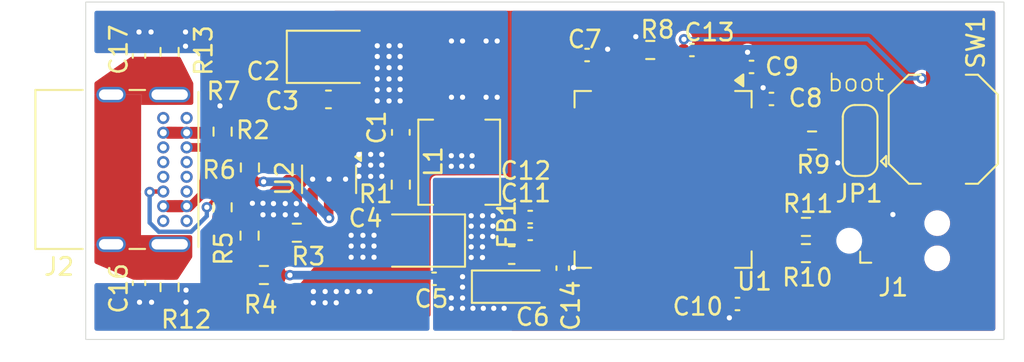
<source format=kicad_pcb>
(kicad_pcb (version 20240108) (generator "pcbnew") (generator_version "8.0")
  (layers (0 "F.Cu" signal) (31 "B.Cu" signal) (34 "B.Paste" user) (35 "F.Paste" user) (36 "B.SilkS" user "B.Silkscreen") (37 "F.SilkS" user "F.Silkscreen") (38 "B.Mask" user) (39 "F.Mask" user) (44 "Edge.Cuts" user))
  (net 0 "")
  (net 1 "Net-(C1-Pad2)")
  (net 2 "Net-(U2-SW)")
  (net 3 "+5V")
  (net 4 "GND")
  (net 5 "+3.3V")
  (net 6 "+3.3VA")
  (net 7 "Net-(U1-PG10)")
  (net 8 "/SWDIO")
  (net 9 "/SWCLK")
  (net 10 "Net-(J2-CC2)")
  (net 11 "Net-(J2-CC1)")
  (net 12 "/BOOT0")
  (net 13 "Net-(U2-BST)")
  (net 14 "Net-(U2-EN)")
  (net 15 "Net-(U2-FB)")
  (net 16 "Net-(R3-Pad1)")
  (net 17 "Net-(U1-PB8)")
  (net 36 "/JTDI")
  (net 54 "/JTRST")
  (net 59 "/JTDO")
  (net 66 "Net-(U1-PA13)")
  (net 67 "Net-(U1-PA14)")
  (net 70 "Net-(J2-SHIELD)")
  (footprint "Capacitor_SMD:C_0402_1005Metric" (layer "F.Cu") (at 138.655 99.675 180)
    (property "Reference" "C12" (at 0.255 2.675 180) (layer "F.SilkS"))
    (property "Value" "100nF")
    (pad "1" smd roundrect (at -0.48 0 180) (size 0.56 0.62) (layers "F.Cu" "F.Paste" "F.Mask") (net 6 "+3.3VA"))
    (pad "2" smd roundrect (at 0.48 0 180) (size 0.56 0.62) (layers "F.Cu" "F.Paste" "F.Mask") (net 4 "GND"))
  )
  (footprint "Button_Switch_SMD:SW_Push_1TS009xxxx-xxxx-xxxx_6x6x5mm" (layer "F.Cu") (at 162.5 94.6 90)
    (property "Reference" "SW1" (at 5.025 1.875 90) (layer "F.SilkS"))
    (property "Value" "SW_Push")
    (pad "1" smd roundrect (at -3 0 90) (size 2 2) (layers "F.Cu" "F.Paste" "F.Mask") (net 4 "GND"))
    (pad "2" smd roundrect (at 3 0 90) (size 2 2) (layers "F.Cu" "F.Paste" "F.Mask") (net 7 "Net-(U1-PG10)"))
  )
  (footprint "Inductor_SMD:L_0603_1608Metric" (layer "F.Cu") (at 137.5875 101.875)
    (property "Reference" "FB1" (at -0.2875 -1.775 90) (layer "F.SilkS"))
    (property "Value" "Ferrite_Bead")
    (pad "1" smd roundrect (at -0.7875 0) (size 0.875 0.95) (layers "F.Cu" "F.Paste" "F.Mask") (net 5 "+3.3V"))
    (pad "2" smd roundrect (at 0.7875 0) (size 0.875 0.95) (layers "F.Cu" "F.Paste" "F.Mask") (net 6 "+3.3VA"))
  )
  (footprint "Capacitor_SMD:C_0402_1005Metric" (layer "F.Cu") (at 116.075 103.5 -90)
    (property "Reference" "C16" (at 0.3 1.175 90) (layer "F.SilkS"))
    (property "Value" "0.1uF")
    (pad "1" smd roundrect (at -0.48 0 270) (size 0.56 0.62) (layers "F.Cu" "F.Paste" "F.Mask") (net 70 "Net-(J2-SHIELD)"))
    (pad "2" smd roundrect (at 0.48 0 270) (size 0.56 0.62) (layers "F.Cu" "F.Paste" "F.Mask") (net 4 "GND"))
  )
  (footprint "Capacitor_Tantalum_SMD:CP_EIA-3528-15_AVX-H" (layer "F.Cu") (at 127.0675 90.415)
    (property "Reference" "C2" (at -3.8175 0.835 0) (layer "F.SilkS"))
    (property "Value" "22uF")
    (pad "1" smd roundrect (at -1.5375 0) (size 1.325 2.35) (layers "F.Cu" "F.Paste" "F.Mask") (roundrect_rratio 0.188679) (net 3 "+5V"))
    (pad "2" smd roundrect (at 1.5375 0) (size 1.325 2.35) (layers "F.Cu" "F.Paste" "F.Mask") (roundrect_rratio 0.188679) (net 4 "GND"))
  )
  (footprint "Capacitor_SMD:C_0402_1005Metric" (layer "F.Cu") (at 141.94 90.31 180)
    (property "Reference" "C7" (at 0.14 0.91 0) (layer "F.SilkS"))
    (property "Value" "0.1uF")
    (pad "1" smd roundrect (at -0.48 0 180) (size 0.56 0.62) (layers "F.Cu" "F.Paste" "F.Mask") (net 5 "+3.3V"))
    (pad "2" smd roundrect (at 0.48 0 180) (size 0.56 0.62) (layers "F.Cu" "F.Paste" "F.Mask") (net 4 "GND"))
  )
  (footprint "Resistor_SMD:R_0603_1608Metric" (layer "F.Cu") (at 117.84 103.725 90)
    (property "Reference" "R12" (at -1.875 0.96 180) (layer "F.SilkS"))
    (property "Value" "1M")
    (pad "1" smd roundrect (at -0.825 0 90) (size 0.8 0.95) (layers "F.Cu" "F.Paste" "F.Mask") (net 4 "GND"))
    (pad "2" smd roundrect (at 0.825 0 90) (size 0.8 0.95) (layers "F.Cu" "F.Paste" "F.Mask") (net 70 "Net-(J2-SHIELD)"))
  )
  (footprint "Capacitor_SMD:C_0402_1005Metric" (layer "F.Cu") (at 152.58 92.85)
    (property "Reference" "C8" (at 1.97 -0.05 0) (layer "F.SilkS"))
    (property "Value" "0.1uF")
    (pad "1" smd roundrect (at -0.48 0) (size 0.56 0.62) (layers "F.Cu" "F.Paste" "F.Mask") (net 5 "+3.3V"))
    (pad "2" smd roundrect (at 0.48 0) (size 0.56 0.62) (layers "F.Cu" "F.Paste" "F.Mask") (net 4 "GND"))
  )
  (footprint "Capacitor_SMD:C_0603_1608Metric" (layer "F.Cu") (at 127.01 92.875)
    (property "Reference" "C3" (at -2.67 0.09 0) (layer "F.SilkS"))
    (property "Value" "0.1uF")
    (pad "1" smd roundrect (at -0.775 0) (size 0.9 0.95) (layers "F.Cu" "F.Paste" "F.Mask") (net 3 "+5V"))
    (pad "2" smd roundrect (at 0.775 0) (size 0.9 0.95) (layers "F.Cu" "F.Paste" "F.Mask") (net 4 "GND"))
  )
  (footprint "Resistor_SMD:R_0603_1608Metric" (layer "F.Cu") (at 122.4775 96.81 -90)
    (property "Reference" "R2" (at -2.16 -0.1725 180) (layer "F.SilkS"))
    (property "Value" "100k")
    (pad "1" smd roundrect (at -0.825 0 270) (size 0.8 0.95) (layers "F.Cu" "F.Paste" "F.Mask") (net 3 "+5V"))
    (pad "2" smd roundrect (at 0.825 0 270) (size 0.8 0.95) (layers "F.Cu" "F.Paste" "F.Mask") (net 14 "Net-(U2-EN)"))
  )
  (footprint "Resistor_SMD:R_0603_1608Metric" (layer "F.Cu") (at 120.9 94.7375 -90)
    (property "Reference" "R7" (at -2.3375 -0.05 0) (layer "F.SilkS"))
    (property "Value" "5.1k")
    (pad "1" smd roundrect (at -0.825 0 270) (size 0.8 0.95) (layers "F.Cu" "F.Paste" "F.Mask") (net 4 "GND"))
    (pad "2" smd roundrect (at 0.825 0 270) (size 0.8 0.95) (layers "F.Cu" "F.Paste" "F.Mask") (net 11 "Net-(J2-CC1)"))
  )
  (footprint "Resistor_SMD:R_0603_1608Metric" (layer "F.Cu") (at 145.585 90.02)
    (property "Reference" "R8" (at 0.415 -1.18 0) (layer "F.SilkS"))
    (property "Value" "100k")
    (pad "1" smd roundrect (at -0.825 0) (size 0.8 0.95) (layers "F.Cu" "F.Paste" "F.Mask") (net 5 "+3.3V"))
    (pad "2" smd roundrect (at 0.825 0) (size 0.8 0.95) (layers "F.Cu" "F.Paste" "F.Mask") (net 7 "Net-(U1-PG10)"))
  )
  (footprint "Resistor_SMD:R_0603_1608Metric" (layer "F.Cu") (at 122.4575 100.75 90)
    (property "Reference" "R5" (at -0.75 -1.5075 -90) (layer "F.SilkS"))
    (property "Value" "13k")
    (pad "1" smd roundrect (at -0.825 0 90) (size 0.8 0.95) (layers "F.Cu" "F.Paste" "F.Mask") (net 16 "Net-(R3-Pad1)"))
    (pad "2" smd roundrect (at 0.825 0 90) (size 0.8 0.95) (layers "F.Cu" "F.Paste" "F.Mask") (net 4 "GND"))
  )
  (footprint "Capacitor_SMD:C_0603_1608Metric" (layer "F.Cu") (at 131.1875 94.78 -90)
    (property "Reference" "C1" (at -0.28 1.3875 90) (layer "F.SilkS"))
    (property "Value" "1uF")
    (pad "1" smd roundrect (at -0.775 0 270) (size 0.9 0.95) (layers "F.Cu" "F.Paste" "F.Mask") (net 2 "Net-(U2-SW)"))
    (pad "2" smd roundrect (at 0.775 0 270) (size 0.9 0.95) (layers "F.Cu" "F.Paste" "F.Mask") (net 1 "Net-(C1-Pad2)"))
  )
  (footprint "Capacitor_Tantalum_SMD:CP_EIA-3528-15_AVX-H" (layer "F.Cu") (at 132.4325 101.035 180)
    (property "Reference" "C4" (at 3.2825 1.285 180) (layer "F.SilkS"))
    (property "Value" "22uF")
    (pad "1" smd roundrect (at -1.5375 0 180) (size 1.325 2.35) (layers "F.Cu" "F.Paste" "F.Mask") (roundrect_rratio 0.188679) (net 5 "+3.3V"))
    (pad "2" smd roundrect (at 1.5375 0 180) (size 1.325 2.35) (layers "F.Cu" "F.Paste" "F.Mask") (roundrect_rratio 0.188679) (net 4 "GND"))
  )
  (footprint "Capacitor_SMD:C_0402_1005Metric" (layer "F.Cu") (at 140.53 102.63 -90)
    (property "Reference" "C14" (at 2.17 -0.47 90) (layer "F.SilkS"))
    (property "Value" "0.1uF")
    (pad "1" smd roundrect (at -0.48 0 270) (size 0.56 0.62) (layers "F.Cu" "F.Paste" "F.Mask") (net 5 "+3.3V"))
    (pad "2" smd roundrect (at 0.48 0 270) (size 0.56 0.62) (layers "F.Cu" "F.Paste" "F.Mask") (net 4 "GND"))
  )
  (footprint "Package_QFP:LQFP-64_10x10mm_P0.5mm" (layer "F.Cu") (at 146.325 97.5 -90)
    (property "Reference" "U1" (at 5.9 -5.275 180) (layer "F.SilkS"))
    (property "Value" "STM32G473RET3")
    (pad "1" smd roundrect (at -5.675 -3.75 270) (size 1.55 0.3) (layers "F.Cu" "F.Paste" "F.Mask") (net 5 "+3.3V"))
    (pad "2" smd roundrect (at -5.675 -3.25 270) (size 1.55 0.3) (layers "F.Cu" "F.Paste" "F.Mask"))
    (pad "3" smd roundrect (at -5.675 -2.75 270) (size 1.55 0.3) (layers "F.Cu" "F.Paste" "F.Mask"))
    (pad "4" smd roundrect (at -5.675 -2.25 270) (size 1.55 0.3) (layers "F.Cu" "F.Paste" "F.Mask"))
    (pad "5" smd roundrect (at -5.675 -1.75 270) (size 1.55 0.3) (layers "F.Cu" "F.Paste" "F.Mask"))
    (pad "6" smd roundrect (at -5.675 -1.25 270) (size 1.55 0.3) (layers "F.Cu" "F.Paste" "F.Mask"))
    (pad "7" smd roundrect (at -5.675 -0.75 270) (size 1.55 0.3) (layers "F.Cu" "F.Paste" "F.Mask") (net 7 "Net-(U1-PG10)"))
    (pad "8" smd roundrect (at -5.675 -0.25 270) (size 1.55 0.3) (layers "F.Cu" "F.Paste" "F.Mask"))
    (pad "9" smd roundrect (at -5.675 0.25 270) (size 1.55 0.3) (layers "F.Cu" "F.Paste" "F.Mask"))
    (pad "10" smd roundrect (at -5.675 0.75 270) (size 1.55 0.3) (layers "F.Cu" "F.Paste" "F.Mask"))
    (pad "11" smd roundrect (at -5.675 1.25 270) (size 1.55 0.3) (layers "F.Cu" "F.Paste" "F.Mask"))
    (pad "12" smd roundrect (at -5.675 1.75 270) (size 1.55 0.3) (layers "F.Cu" "F.Paste" "F.Mask"))
    (pad "13" smd roundrect (at -5.675 2.25 270) (size 1.55 0.3) (layers "F.Cu" "F.Paste" "F.Mask"))
    (pad "14" smd roundrect (at -5.675 2.75 270) (size 1.55 0.3) (layers "F.Cu" "F.Paste" "F.Mask"))
    (pad "15" smd roundrect (at -5.675 3.25 270) (size 1.55 0.3) (layers "F.Cu" "F.Paste" "F.Mask") (net 4 "GND"))
    (pad "16" smd roundrect (at -5.675 3.75 270) (size 1.55 0.3) (layers "F.Cu" "F.Paste" "F.Mask") (net 5 "+3.3V"))
    (pad "17" smd roundrect (at -3.75 5.675 270) (size 0.3 1.55) (layers "F.Cu" "F.Paste" "F.Mask"))
    (pad "18" smd roundrect (at -3.25 5.675 270) (size 0.3 1.55) (layers "F.Cu" "F.Paste" "F.Mask"))
    (pad "19" smd roundrect (at -2.75 5.675 270) (size 0.3 1.55) (layers "F.Cu" "F.Paste" "F.Mask"))
    (pad "20" smd roundrect (at -2.25 5.675 270) (size 0.3 1.55) (layers "F.Cu" "F.Paste" "F.Mask"))
    (pad "21" smd roundrect (at -1.75 5.675 270) (size 0.3 1.55) (layers "F.Cu" "F.Paste" "F.Mask"))
    (pad "22" smd roundrect (at -1.25 5.675 270) (size 0.3 1.55) (layers "F.Cu" "F.Paste" "F.Mask"))
    (pad "23" smd roundrect (at -0.75 5.675 270) (size 0.3 1.55) (layers "F.Cu" "F.Paste" "F.Mask"))
    (pad "24" smd roundrect (at -0.25 5.675 270) (size 0.3 1.55) (layers "F.Cu" "F.Paste" "F.Mask"))
    (pad "25" smd roundrect (at 0.25 5.675 270) (size 0.3 1.55) (layers "F.Cu" "F.Paste" "F.Mask"))
    (pad "26" smd roundrect (at 0.75 5.675 270) (size 0.3 1.55) (layers "F.Cu" "F.Paste" "F.Mask"))
    (pad "27" smd roundrect (at 1.25 5.675 270) (size 0.3 1.55) (layers "F.Cu" "F.Paste" "F.Mask") (net 4 "GND"))
    (pad "28" smd roundrect (at 1.75 5.675 270) (size 0.3 1.55) (layers "F.Cu" "F.Paste" "F.Mask") (net 6 "+3.3VA"))
    (pad "29" smd roundrect (at 2.25 5.675 270) (size 0.3 1.55) (layers "F.Cu" "F.Paste" "F.Mask") (net 6 "+3.3VA"))
    (pad "30" smd roundrect (at 2.75 5.675 270) (size 0.3 1.55) (layers "F.Cu" "F.Paste" "F.Mask"))
    (pad "31" smd roundrect (at 3.25 5.675 270) (size 0.3 1.55) (layers "F.Cu" "F.Paste" "F.Mask") (net 4 "GND"))
    (pad "32" smd roundrect (at 3.75 5.675 270) (size 0.3 1.55) (layers "F.Cu" "F.Paste" "F.Mask") (net 5 "+3.3V"))
    (pad "33" smd roundrect (at 5.675 3.75 270) (size 1.55 0.3) (layers "F.Cu" "F.Paste" "F.Mask"))
    (pad "34" smd roundrect (at 5.675 3.25 270) (size 1.55 0.3) (layers "F.Cu" "F.Paste" "F.Mask"))
    (pad "35" smd roundrect (at 5.675 2.75 270) (size 1.55 0.3) (layers "F.Cu" "F.Paste" "F.Mask"))
    (pad "36" smd roundrect (at 5.675 2.25 270) (size 1.55 0.3) (layers "F.Cu" "F.Paste" "F.Mask"))
    (pad "37" smd roundrect (at 5.675 1.75 270) (size 1.55 0.3) (layers "F.Cu" "F.Paste" "F.Mask"))
    (pad "38" smd roundrect (at 5.675 1.25 270) (size 1.55 0.3) (layers "F.Cu" "F.Paste" "F.Mask"))
    (pad "39" smd roundrect (at 5.675 0.75 270) (size 1.55 0.3) (layers "F.Cu" "F.Paste" "F.Mask"))
    (pad "40" smd roundrect (at 5.675 0.25 270) (size 1.55 0.3) (layers "F.Cu" "F.Paste" "F.Mask"))
    (pad "41" smd roundrect (at 5.675 -0.25 270) (size 1.55 0.3) (layers "F.Cu" "F.Paste" "F.Mask"))
    (pad "42" smd roundrect (at 5.675 -0.75 270) (size 1.55 0.3) (layers "F.Cu" "F.Paste" "F.Mask"))
    (pad "43" smd roundrect (at 5.675 -1.25 270) (size 1.55 0.3) (layers "F.Cu" "F.Paste" "F.Mask"))
    (pad "44" smd roundrect (at 5.675 -1.75 270) (size 1.55 0.3) (layers "F.Cu" "F.Paste" "F.Mask"))
    (pad "45" smd roundrect (at 5.675 -2.25 270) (size 1.55 0.3) (layers "F.Cu" "F.Paste" "F.Mask"))
    (pad "46" smd roundrect (at 5.675 -2.75 270) (size 1.55 0.3) (layers "F.Cu" "F.Paste" "F.Mask"))
    (pad "47" smd roundrect (at 5.675 -3.25 270) (size 1.55 0.3) (layers "F.Cu" "F.Paste" "F.Mask") (net 4 "GND"))
    (pad "48" smd roundrect (at 5.675 -3.75 270) (size 1.55 0.3) (layers "F.Cu" "F.Paste" "F.Mask") (net 5 "+3.3V"))
    (pad "49" smd roundrect (at 3.75 -5.675 270) (size 0.3 1.55) (layers "F.Cu" "F.Paste" "F.Mask") (net 66 "Net-(U1-PA13)"))
    (pad "50" smd roundrect (at 3.25 -5.675 270) (size 0.3 1.55) (layers "F.Cu" "F.Paste" "F.Mask") (net 67 "Net-(U1-PA14)"))
    (pad "51" smd roundrect (at 2.75 -5.675 270) (size 0.3 1.55) (layers "F.Cu" "F.Paste" "F.Mask") (net 36 "/JTDI"))
    (pad "52" smd roundrect (at 2.25 -5.675 270) (size 0.3 1.55) (layers "F.Cu" "F.Paste" "F.Mask"))
    (pad "53" smd roundrect (at 1.75 -5.675 270) (size 0.3 1.55) (layers "F.Cu" "F.Paste" "F.Mask"))
    (pad "54" smd roundrect (at 1.25 -5.675 270) (size 0.3 1.55) (layers "F.Cu" "F.Paste" "F.Mask"))
    (pad "55" smd roundrect (at 0.75 -5.675 270) (size 0.3 1.55) (layers "F.Cu" "F.Paste" "F.Mask"))
    (pad "56" smd roundrect (at 0.25 -5.675 270) (size 0.3 1.55) (layers "F.Cu" "F.Paste" "F.Mask") (net 59 "/JTDO"))
    (pad "57" smd roundrect (at -0.25 -5.675 270) (size 0.3 1.55) (layers "F.Cu" "F.Paste" "F.Mask") (net 54 "/JTRST"))
    (pad "58" smd roundrect (at -0.75 -5.675 270) (size 0.3 1.55) (layers "F.Cu" "F.Paste" "F.Mask"))
    (pad "59" smd roundrect (at -1.25 -5.675 270) (size 0.3 1.55) (layers "F.Cu" "F.Paste" "F.Mask"))
    (pad "60" smd roundrect (at -1.75 -5.675 270) (size 0.3 1.55) (layers "F.Cu" "F.Paste" "F.Mask"))
    (pad "61" smd roundrect (at -2.25 -5.675 270) (size 0.3 1.55) (layers "F.Cu" "F.Paste" "F.Mask") (net 17 "Net-(U1-PB8)"))
    (pad "62" smd roundrect (at -2.75 -5.675 270) (size 0.3 1.55) (layers "F.Cu" "F.Paste" "F.Mask"))
    (pad "63" smd roundrect (at -3.25 -5.675 270) (size 0.3 1.55) (layers "F.Cu" "F.Paste" "F.Mask") (net 4 "GND"))
    (pad "64" smd roundrect (at -3.75 -5.675 270) (size 0.3 1.55) (layers "F.Cu" "F.Paste" "F.Mask") (net 5 "+3.3V"))
  )
  (footprint "Capacitor_SMD:C_0402_1005Metric" (layer "F.Cu") (at 147.99 90.02)
    (property "Reference" "C13" (at 1.01 -1.02 0) (layer "F.SilkS"))
    (property "Value" "0.1uF")
    (pad "1" smd roundrect (at -0.48 0) (size 0.56 0.62) (layers "F.Cu" "F.Paste" "F.Mask") (net 7 "Net-(U1-PG10)"))
    (pad "2" smd roundrect (at 0.48 0) (size 0.56 0.62) (layers "F.Cu" "F.Paste" "F.Mask") (net 4 "GND"))
  )
  (footprint "Resistor_SMD:R_0603_1608Metric" (layer "F.Cu") (at 154.925 95.25)
    (property "Reference" "R9" (at 0.075 1.4 0) (layer "F.SilkS"))
    (property "Value" "10k")
    (pad "1" smd roundrect (at -0.825 0) (size 0.8 0.95) (layers "F.Cu" "F.Paste" "F.Mask") (net 17 "Net-(U1-PB8)"))
    (pad "2" smd roundrect (at 0.825 0) (size 0.8 0.95) (layers "F.Cu" "F.Paste" "F.Mask") (net 12 "/BOOT0"))
  )
  (footprint "Connector:Tag-Connect_TC2030-IDC-NL_2x03_P1.27mm_Vertical" (layer "F.Cu") (at 159.61 101.045)
    (property "Reference" "J1" (at 0 2.7 0) (layer "F.SilkS"))
    (property "Value" "POGO_PINS")
    (pad "" np_thru_hole circle (at -2.54 0) (size 0.9906 0.9906) (drill 0.9906) (layers "*.Cu" "*.Mask"))
    (pad "" np_thru_hole circle (at 2.54 -1.016) (size 0.9906 0.9906) (drill 0.9906) (layers "*.Cu" "*.Mask"))
    (pad "" np_thru_hole circle (at 2.54 1.016) (size 0.9906 0.9906) (drill 0.9906) (layers "*.Cu" "*.Mask"))
    (pad "1" connect circle (at -1.27 0.635) (size 0.7874 0.7874) (layers "F.Cu" "F.Mask") (net 8 "/SWDIO"))
    (pad "2" connect circle (at -1.27 -0.635) (size 0.7874 0.7874) (layers "F.Cu" "F.Mask") (net 9 "/SWCLK"))
    (pad "3" connect circle (at 0 0.635) (size 0.7874 0.7874) (layers "F.Cu" "F.Mask") (net 4 "GND"))
    (pad "4" connect circle (at 0 -0.635) (size 0.7874 0.7874) (layers "F.Cu" "F.Mask") (net 5 "+3.3V"))
    (pad "5" connect circle (at 1.27 0.635) (size 0.7874 0.7874) (layers "F.Cu" "F.Mask"))
    (pad "6" connect circle (at 1.27 -0.635) (size 0.7874 0.7874) (layers "F.Cu" "F.Mask"))
    (zone (net 0) (net_name "") (layer "F.Cu") (connect_pads (clearance 0)) (min_thickness 0.254)
      (keepout (tracks allowed) (vias not_allowed) (pads allowed) (copperpour not_allowed) (footprints not_allowed))
      (fill (thermal_gap 0.508) (thermal_bridge_width 0.508))
      (polygon (pts (xy 160.88 100.41) (xy 158.34 100.41) (xy 158.34 101.68) (xy 160.88 101.68)))
    )
  )
  (footprint "Resistor_SMD:R_0603_1608Metric" (layer "F.Cu") (at 154.57 101.76)
    (property "Reference" "R10" (at 0.085 1.41 0) (layer "F.SilkS"))
    (property "Value" "22R")
    (pad "1" smd roundrect (at -0.825 0) (size 0.8 0.95) (layers "F.Cu" "F.Paste" "F.Mask") (net 66 "Net-(U1-PA13)"))
    (pad "2" smd roundrect (at 0.825 0) (size 0.8 0.95) (layers "F.Cu" "F.Paste" "F.Mask") (net 8 "/SWDIO"))
  )
  (footprint "Inductor_SMD:L_Sunlord_MWSA0402S" (layer "F.Cu") (at 134.5575 96.505 -90)
    (property "Reference" "L1" (at -0.035 1.4875 -90) (layer "F.SilkS"))
    (property "Value" "6.8uH")
    (pad "1" smd rect (at -1.85 0 270) (size 1.5 2.5) (layers "F.Cu" "F.Paste" "F.Mask") (net 2 "Net-(U2-SW)"))
    (pad "2" smd rect (at 1.85 0 270) (size 1.5 2.5) (layers "F.Cu" "F.Paste" "F.Mask") (net 5 "+3.3V"))
  )
  (footprint "Capacitor_SMD:C_0402_1005Metric" (layer "F.Cu") (at 133.1075 103.245 180)
    (property "Reference" "C5" (at 0.1575 -1.155 0) (layer "F.SilkS"))
    (property "Value" "0.1uF")
    (pad "1" smd roundrect (at -0.48 0 180) (size 0.56 0.62) (layers "F.Cu" "F.Paste" "F.Mask") (net 5 "+3.3V"))
    (pad "2" smd roundrect (at 0.48 0 180) (size 0.56 0.62) (layers "F.Cu" "F.Paste" "F.Mask") (net 4 "GND"))
  )
  (footprint "Capacitor_Tantalum_SMD:CP_EIA-3216-10_Kemet-I" (layer "F.Cu") (at 137.6 103.7)
    (property "Reference" "C6" (at 1.2 1.75 0) (layer "F.SilkS"))
    (property "Value" "4.7uF")
    (pad "1" smd roundrect (at -1.35 0) (size 1.4 1.35) (layers "F.Cu" "F.Paste" "F.Mask") (roundrect_rratio 0.185185) (net 5 "+3.3V"))
    (pad "2" smd roundrect (at 1.35 0) (size 1.4 1.35) (layers "F.Cu" "F.Paste" "F.Mask") (roundrect_rratio 0.185185) (net 4 "GND"))
  )
  (footprint "Capacitor_SMD:C_0402_1005Metric" (layer "F.Cu") (at 116.075 90.36 90)
    (property "Reference" "C17" (at 0.36 -1.175 -90) (layer "F.SilkS"))
    (property "Value" "0.1uF")
    (pad "1" smd roundrect (at -0.48 0 90) (size 0.56 0.62) (layers "F.Cu" "F.Paste" "F.Mask") (net 70 "Net-(J2-SHIELD)"))
    (pad "2" smd roundrect (at 0.48 0 90) (size 0.56 0.62) (layers "F.Cu" "F.Paste" "F.Mask") (net 4 "GND"))
  )
  (footprint "Capacitor_SMD:C_0402_1005Metric" (layer "F.Cu") (at 138.655 100.65 180)
    (property "Reference" "C11" (at 0.255 2.35 0) (layer "F.SilkS"))
    (property "Value" "10nF")
    (pad "1" smd roundrect (at -0.48 0 180) (size 0.56 0.62) (layers "F.Cu" "F.Paste" "F.Mask") (net 6 "+3.3VA"))
    (pad "2" smd roundrect (at 0.48 0 180) (size 0.56 0.62) (layers "F.Cu" "F.Paste" "F.Mask") (net 4 "GND"))
  )
  (footprint "Connector_USB:USB_C_Receptacle_GCT_USB4085" (layer "F.Cu") (at 118.825 93.95 -90)
    (property "Reference" "J2" (at 8.595 7.36 180) (layer "F.SilkS"))
    (property "Value" "Power_In")
    (pad "A1" thru_hole circle (at 0 0 270) (size 0.7 0.7) (drill 0.4) (layers "*.Cu" "*.Mask") (net 4 "GND"))
    (pad "A4" thru_hole circle (at 0.85 0 270) (size 0.7 0.7) (drill 0.4) (layers "*.Cu" "*.Mask") (net 3 "+5V"))
    (pad "A5" thru_hole circle (at 1.7 0 270) (size 0.7 0.7) (drill 0.4) (layers "*.Cu" "*.Mask") (net 11 "Net-(J2-CC1)"))
    (pad "A6" thru_hole circle (at 2.55 0 270) (size 0.7 0.7) (drill 0.4) (layers "*.Cu" "*.Mask"))
    (pad "A7" thru_hole circle (at 3.4 0 270) (size 0.7 0.7) (drill 0.4) (layers "*.Cu" "*.Mask"))
    (pad "A8" thru_hole circle (at 4.25 0 270) (size 0.7 0.7) (drill 0.4) (layers "*.Cu" "*.Mask"))
    (pad "A9" thru_hole circle (at 5.1 0 270) (size 0.7 0.7) (drill 0.4) (layers "*.Cu" "*.Mask") (net 3 "+5V"))
    (pad "A12" thru_hole circle (at 5.95 0 270) (size 0.7 0.7) (drill 0.4) (layers "*.Cu" "*.Mask") (net 4 "GND"))
    (pad "B1" thru_hole circle (at 5.95 1.35 270) (size 0.7 0.7) (drill 0.4) (layers "*.Cu" "*.Mask") (net 4 "GND"))
    (pad "B4" thru_hole circle (at 5.1 1.35 270) (size 0.7 0.7) (drill 0.4) (layers "*.Cu" "*.Mask") (net 3 "+5V"))
    (pad "B5" thru_hole circle (at 4.25 1.35 270) (size 0.7 0.7) (drill 0.4) (layers "*.Cu" "*.Mask") (net 10 "Net-(J2-CC2)"))
    (pad "B6" thru_hole circle (at 3.4 1.35 270) (size 0.7 0.7) (drill 0.4) (layers "*.Cu" "*.Mask"))
    (pad "B7" thru_hole circle (at 2.55 1.35 270) (size 0.7 0.7) (drill 0.4) (layers "*.Cu" "*.Mask"))
    (pad "B8" thru_hole circle (at 1.7 1.35 270) (size 0.7 0.7) (drill 0.4) (layers "*.Cu" "*.Mask"))
    (pad "B9" thru_hole circle (at 0.85 1.35 270) (size 0.7 0.7) (drill 0.4) (layers "*.Cu" "*.Mask") (net 3 "+5V"))
    (pad "B12" thru_hole circle (at 0 1.35 270) (size 0.7 0.7) (drill 0.4) (layers "*.Cu" "*.Mask") (net 4 "GND"))
    (pad "S1" thru_hole oval (at -1.35 0.98 270) (size 0.9 2.4) (drill oval 0.6 2.1) (layers "*.Cu" "*.Mask") (net 70 "Net-(J2-SHIELD)"))
    (pad "S1" thru_hole oval (at -1.35 4.36 270) (size 0.9 1.7) (drill oval 0.6 1.4) (layers "*.Cu" "*.Mask") (net 70 "Net-(J2-SHIELD)"))
    (pad "S1" thru_hole oval (at 7.3 0.98 270) (size 0.9 2.4) (drill oval 0.6 2.1) (layers "*.Cu" "*.Mask") (net 70 "Net-(J2-SHIELD)"))
    (pad "S1" thru_hole oval (at 7.3 4.36 270) (size 0.9 1.7) (drill oval 0.6 1.4) (layers "*.Cu" "*.Mask") (net 70 "Net-(J2-SHIELD)"))
  )
  (footprint "Resistor_SMD:R_0603_1608Metric" (layer "F.Cu") (at 120.9 99.1125 90)
    (property "Reference" "R6" (at 2.1625 -0.2 180) (layer "F.SilkS"))
    (property "Value" "5.1k")
    (pad "1" smd roundrect (at -0.825 0 90) (size 0.8 0.95) (layers "F.Cu" "F.Paste" "F.Mask") (net 4 "GND"))
    (pad "2" smd roundrect (at 0.825 0 90) (size 0.8 0.95) (layers "F.Cu" "F.Paste" "F.Mask") (net 10 "Net-(J2-CC2)"))
  )
  (footprint "Capacitor_SMD:C_0402_1005Metric" (layer "F.Cu") (at 151.43 91)
    (property "Reference" "C9" (at 1.76 -0.02 0) (layer "F.SilkS"))
    (property "Value" "0.1uF")
    (pad "1" smd roundrect (at -0.48 0) (size 0.56 0.62) (layers "F.Cu" "F.Paste" "F.Mask") (net 5 "+3.3V"))
    (pad "2" smd roundrect (at 0.48 0) (size 0.56 0.62) (layers "F.Cu" "F.Paste" "F.Mask") (net 4 "GND"))
  )
  (footprint "Resistor_SMD:R_0603_1608Metric" (layer "F.Cu") (at 131.1875 97.8 90)
    (property "Reference" "R1" (at -0.55 -1.45 180) (layer "F.SilkS"))
    (property "Value" "1R")
    (pad "1" smd roundrect (at -0.825 0 90) (size 0.8 0.95) (layers "F.Cu" "F.Paste" "F.Mask") (net 13 "Net-(U2-BST)"))
    (pad "2" smd roundrect (at 0.825 0 90) (size 0.8 0.95) (layers "F.Cu" "F.Paste" "F.Mask") (net 1 "Net-(C1-Pad2)"))
  )
  (footprint "Resistor_SMD:R_0603_1608Metric" (layer "F.Cu") (at 117.84 90.135 -90)
    (property "Reference" "R13" (at -0.085 -1.96 90) (layer "F.SilkS"))
    (property "Value" "1M")
    (pad "1" smd roundrect (at -0.825 0 270) (size 0.8 0.95) (layers "F.Cu" "F.Paste" "F.Mask") (net 4 "GND"))
    (pad "2" smd roundrect (at 0.825 0 270) (size 0.8 0.95) (layers "F.Cu" "F.Paste" "F.Mask") (net 70 "Net-(J2-SHIELD)"))
  )
  (footprint "Package_TO_SOT_SMD:TSOT-23-6" (layer "F.Cu") (at 127.0475 97.4925 -90)
    (property "Reference" "U2" (at -0.0475 2.57 -90) (layer "F.SilkS"))
    (property "Value" "MP1470")
    (pad "1" smd roundrect (at -1.1375 -0.95 270) (size 1.325 0.6) (layers "F.Cu" "F.Paste" "F.Mask") (net 4 "GND"))
    (pad "2" smd roundrect (at -1.1375 0 270) (size 1.325 0.6) (layers "F.Cu" "F.Paste" "F.Mask") (net 2 "Net-(U2-SW)"))
    (pad "3" smd roundrect (at -1.1375 0.95 270) (size 1.325 0.6) (layers "F.Cu" "F.Paste" "F.Mask") (net 3 "+5V"))
    (pad "4" smd roundrect (at 1.1375 0.95 270) (size 1.325 0.6) (layers "F.Cu" "F.Paste" "F.Mask") (net 15 "Net-(U2-FB)"))
    (pad "5" smd roundrect (at 1.1375 0 270) (size 1.325 0.6) (layers "F.Cu" "F.Paste" "F.Mask") (net 14 "Net-(U2-EN)"))
    (pad "6" smd roundrect (at 1.1375 -0.95 270) (size 1.325 0.6) (layers "F.Cu" "F.Paste" "F.Mask") (net 13 "Net-(U2-BST)"))
  )
  (footprint "Resistor_SMD:R_0603_1608Metric" (layer "F.Cu") (at 123.2825 103.025)
    (property "Reference" "R4" (at -0.185 1.72 0) (layer "F.SilkS"))
    (property "Value" "40.2k")
    (pad "1" smd roundrect (at -0.825 0) (size 0.8 0.95) (layers "F.Cu" "F.Paste" "F.Mask") (net 16 "Net-(R3-Pad1)"))
    (pad "2" smd roundrect (at 0.825 0) (size 0.8 0.95) (layers "F.Cu" "F.Paste" "F.Mask") (net 5 "+3.3V"))
  )
  (footprint "Jumper:SolderJumper-3_P1.3mm_Open_RoundedPad1.0x1.5mm" (layer "F.Cu") (at 157.7 95.25 90)
    (property "Reference" "JP1" (at -3.07 -0.06 180) (layer "F.SilkS"))
    (property "Value" "BOOT0")
    (pad "1" smd custom (at -1.3 0 90) (size 1 0.5) (layers "F.Cu" "F.Mask") (net 5 "+3.3V") (options (clearance outline) (anchor rect)) (primitives (gr_circle (center 0 0.25) (end 0.5 0.25) (width 0) (fill yes)) (gr_circle (center 0 -0.25) (end 0.5 -0.25) (width 0) (fill yes)) (gr_poly (pts (xy 0.55 0.75) (xy 0 0.75) (xy 0 -0.75) (xy 0.55 -0.75)) (width 0) (fill yes))))
    (pad "2" smd rect (at 0 0 90) (size 1 1.5) (layers "F.Cu" "F.Mask") (net 12 "/BOOT0"))
    (pad "3" smd custom (at 1.3 0 90) (size 1 0.5) (layers "F.Cu" "F.Mask") (net 4 "GND") (options (clearance outline) (anchor rect)) (primitives (gr_circle (center 0 0.25) (end 0.5 0.25) (width 0) (fill yes)) (gr_circle (center 0 -0.25) (end 0.5 -0.25) (width 0) (fill yes)) (gr_poly (pts (xy 0 0.75) (xy -0.55 0.75) (xy -0.55 -0.75) (xy 0 -0.75)) (width 0) (fill yes))))
  )
  (footprint "Capacitor_SMD:C_0402_1005Metric" (layer "F.Cu") (at 150.62 104.7)
    (property "Reference" "C10" (at -2.29 0.15 180) (layer "F.SilkS"))
    (property "Value" "0.1uF")
    (pad "1" smd roundrect (at -0.48 0) (size 0.56 0.62) (layers "F.Cu" "F.Paste" "F.Mask") (net 5 "+3.3V"))
    (pad "2" smd roundrect (at 0.48 0) (size 0.56 0.62) (layers "F.Cu" "F.Paste" "F.Mask") (net 4 "GND"))
  )
  (footprint "Resistor_SMD:R_0603_1608Metric" (layer "F.Cu") (at 125.185 100.58)
    (property "Reference" "R3" (at 0.665 1.37 0) (layer "F.SilkS"))
    (property "Value" "75k")
    (pad "1" smd roundrect (at -0.825 0) (size 0.8 0.95) (layers "F.Cu" "F.Paste" "F.Mask") (net 16 "Net-(R3-Pad1)"))
    (pad "2" smd roundrect (at 0.825 0) (size 0.8 0.95) (layers "F.Cu" "F.Paste" "F.Mask") (net 15 "Net-(U2-FB)"))
  )
  (footprint "Resistor_SMD:R_0603_1608Metric" (layer "F.Cu") (at 154.57 100.245)
    (property "Reference" "R11" (at 0.12 -1.335 0) (layer "F.SilkS"))
    (property "Value" "22R")
    (pad "1" smd roundrect (at -0.825 0) (size 0.8 0.95) (layers "F.Cu" "F.Paste" "F.Mask") (net 67 "Net-(U1-PA14)"))
    (pad "2" smd roundrect (at 0.825 0) (size 0.8 0.95) (layers "F.Cu" "F.Paste" "F.Mask") (net 9 "/SWCLK"))
  )
  (gr_rect (start 113 87.25) (end 166 106.75) (stroke (width 0.05)) (fill none) (layer "Edge.Cuts"))
  (gr_text "boot" (at 155.75 92.5 0) (layer "F.SilkS") (effects (font (size 1 1) (thickness 0.1)) (justify left bottom)))
  (segment (start 131.1875 96.975) (end 131.1875 95.555) (width 0.5) (layer "F.Cu") (net 1))
  (segment (start 127.7375 94.005) (end 127.0475 94.695) (width 0.5) (layer "F.Cu") (net 2))
  (segment (start 133.9075 94.005) (end 134.5575 94.655) (width 0.5) (layer "F.Cu") (net 2))
  (segment (start 127.0475 94.695) (end 127.0475 96.355) (width 0.5) (layer "F.Cu") (net 2))
  (segment (start 131.1875 94.005) (end 127.7375 94.005) (width 0.5) (layer "F.Cu") (net 2))
  (segment (start 131.1875 94.005) (end 133.9075 94.005) (width 0.5) (layer "F.Cu") (net 2))
  (segment (start 125.7275 95.985) (end 126.0975 96.355) (width 0.5) (layer "F.Cu") (net 3))
  (segment (start 119.8 97.6525) (end 120.89 96.5625) (width 0.5) (layer "F.Cu") (net 3))
  (segment (start 119.8 98.285661) (end 119.8 97.6525) (width 0.5) (layer "F.Cu") (net 3))
  (segment (start 118.1 99.05) (end 117.475 99.05) (width 0.5) (layer "F.Cu") (net 3))
  (segment (start 120.89 96.5625) (end 121.6275 96.5625) (width 0.5) (layer "F.Cu") (net 3))
  (segment (start 119.035661 99.05) (end 119.8 98.285661) (width 0.5) (layer "F.Cu") (net 3))
  (segment (start 117.475 94.8) (end 118.825 94.8) (width 0.5) (layer "F.Cu") (net 3))
  (segment (start 121.6275 96.5625) (end 122 96.19) (width 0.5) (layer "F.Cu") (net 3))
  (segment (start 121.6275 94.7375) (end 118.8875 94.7375) (width 0.5) (layer "F.Cu") (net 3))
  (segment (start 122 95.11) (end 121.6275 94.7375) (width 0.5) (layer "F.Cu") (net 3))
  (segment (start 122.4775 95.985) (end 125.7275 95.985) (width 0.5) (layer "F.Cu") (net 3))
  (segment (start 118.1 99.05) (end 119.035661 99.05) (width 0.5) (layer "F.Cu") (net 3))
  (segment (start 118.8875 94.7375) (end 118.825 94.8) (width 0.5) (layer "F.Cu") (net 3))
  (segment (start 118.825 99.05) (end 118.1 99.05) (width 0.5) (layer "F.Cu") (net 3))
  (segment (start 122 96.19) (end 122 95.11) (width 0.5) (layer "F.Cu") (net 3))
  (segment (start 120.9 93.4) (end 120.75 93.25) (width 0.5) (layer "F.Cu") (net 4))
  (segment (start 120.9 93.9125) (end 120.9 93.4) (width 0.5) (layer "F.Cu") (net 4))
  (via (at 129 102) (size 0.6) (drill 0.3) (layers "F.Cu" "B.Cu") (net 4))
  (via (at 135.3 96.13) (size 0.6) (drill 0.3) (layers "F.Cu" "B.Cu") (net 4))
  (via (at 130.5075 92.965) (size 0.6) (drill 0.3) (layers "F.Cu" "B.Cu") (net 4))
  (via (at 131.1475 92.965) (size 0.6) (drill 0.3) (layers "F.Cu" "B.Cu") (net 4))
  (via (at 130.0875 96.055) (size 0.6) (drill 0.3) (layers "F.Cu" "B.Cu") (net 4))
  (via (at 134.1 96.74) (size 0.6) (drill 0.3) (layers "F.Cu" "B.Cu") (net 4))
  (via (at 131.1475 89.77) (size 0.6) (drill 0.3) (layers "F.Cu" "B.Cu") (net 4))
  (via (at 129.4475 96.675) (size 0.6) (drill 0.3) (layers "F.Cu" "B.Cu") (net 4))
  (via (at 130.0875 96.675) (size 0.6) (drill 0.3) (layers "F.Cu" "B.Cu") (net 4))
  (via (at 127.0475 97.485) (size 0.6) (drill 0.3) (layers "F.Cu" "B.Cu") (net 4))
  (via (at 118.79 104.6) (size 0.6) (drill 0.3) (layers "F.Cu" "B.Cu") (net 4))
  (via (at 123.23 99.545) (size 0.6) (drill 0.3) (layers "F.Cu" "B.Cu") (net 4))
  (via (at 118.76 89.8) (size 0.6) (drill 0.3) (layers "F.Cu" "B.Cu") (net 4))
  (via (at 129.64 101.35) (size 0.6) (drill 0.3) (layers "F.Cu" "B.Cu") (net 4))
  (via (at 126.82 103.98) (size 0.6) (drill 0.3) (layers "F.Cu" "B.Cu") (net 4))
  (via (at 116.8 104.6) (size 0.6) (drill 0.3) (layers "F.Cu" "B.Cu") (net 4))
  (via (at 136.11 92.75) (size 0.6) (drill 0.3) (layers "F.Cu" "B.Cu") (net 4))
  (via (at 128.7675 96.055) (size 0.6) (drill 0.3) (layers "F.Cu" "B.Cu") (net 4))
  (via (at 129.8275 91.695) (size 0.6) (drill 0.3) (layers "F.Cu" "B.Cu") (net 4))
  (via (at 134.11 92.75) (size 0.6) (drill 0.3) (layers "F.Cu" "B.Cu") (net 4))
  (via (at 123.8375 98.895) (size 0.6) (drill 0.3) (layers "F.Cu" "B.Cu") (net 4))
  (via (at 134.7 96.74) (size 0.6) (drill 0.3) (layers "F.Cu" "B.Cu") (net 4))
  (via (at 134.1 96.13) (size 0.6) (drill 0.3) (layers "F.Cu" "B.Cu") (net 4))
  (via (at 128.32 102) (size 0.6) (drill 0.3) (layers "F.Cu" "B.Cu") (net 4))
  (via (at 129.64 102) (size 0.6) (drill 0.3) (layers "F.Cu" "B.Cu") (net 4))
  (via (at 125.1575 98.895) (size 0.6) (drill 0.3) (layers "F.Cu" "B.Cu") (net 4))
  (via (at 129 100.73) (size 0.6) (drill 0.3) (layers "F.Cu" "B.Cu") (net 4))
  (via (at 129.8275 89.775) (size 0.6) (drill 0.3) (layers "F.Cu" "B.Cu") (net 4))
  (via (at 120.75 93.25) (size 0.6) (drill 0.3) (layers "F.Cu" "B.Cu") (net 4))
  (via (at 130.0875 97.325) (size 0.6) (drill 0.3) (layers "F.Cu" "B.Cu") (net 4))
  (via (at 129.8275 92.315) (size 0.6) (drill 0.3) (layers "F.Cu" "B.Cu") (net 4))
  (via (at 125.1575 99.545) (size 0.6) (drill 0.3) (layers "F.Cu" "B.Cu") (net 4))
  (via (at 135.3 96.74) (size 0.6) (drill 0.3) (layers "F.Cu" "B.Cu") (net 4))
  (via (at 129 101.35) (size 0.6) (drill 0.3) (layers "F.Cu" "B.Cu") (net 4))
  (via (at 134.7 96.13) (size 0.6) (drill 0.3) (layers "F.Cu" "B.Cu") (net 4))
  (via (at 130.5075 91.695) (size 0.6) (drill 0.3) (layers "F.Cu" "B.Cu") (net 4))
  (via (at 134.75 89.5) (size 0.6) (drill 0.3) (layers "F.Cu" "B.Cu") (net 4))
  (via (at 124.5175 98.895) (size 0.6) (drill 0.3) (layers "F.Cu" "B.Cu") (net 4))
  (via (at 116.105 104.6) (size 0.6) (drill 0.3) (layers "F.Cu" "B.Cu") (net 4))
  (via (at 131.1475 91.04) (size 0.6) (drill 0.3) (layers "F.Cu" "B.Cu") (net 4))
  (via (at 130.5075 91.045) (size 0.6) (drill 0.3) (layers "F.Cu" "B.Cu") (net 4))
  (via (at 131.1475 91.695) (size 0.6) (drill 0.3) (layers "F.Cu" "B.Cu") (net 4))
  (via (at 127.46 103.98) (size 0.6) (drill 0.3) (layers "F.Cu" "B.Cu") (net 4))
  (via (at 129.8275 92.965) (size 0.6) (drill 0.3) (layers "F.Cu" "B.Cu") (net 4))
  (via (at 134.11 89.5) (size 0.6) (drill 0.3) (layers "F.Cu" "B.Cu") (net 4))
  (via (at 124.5175 99.545) (size 0.6) (drill 0.3) (layers "F.Cu" "B.Cu") (net 4))
  (via (at 128.32 100.73) (size 0.6) (drill 0.3) (layers "F.Cu" "B.Cu") (net 4))
  (via (at 126.82 104.63) (size 0.6) (drill 0.3) (layers "F.Cu" "B.Cu") (net 4))
  (via (at 118.79 103.9) (size 0.6) (drill 0.3) (layers "F.Cu" "B.Cu") (net 4))
  (via (at 134.75 92.75) (size 0.6) (drill 0.3) (layers "F.Cu" "B.Cu") (net 4))
  (via (at 131.1475 90.395) (size 0.6) (drill 0.3) (layers "F.Cu" "B.Cu") (net 4))
  (via (at 122.62 98.88) (size 0.6) (drill 0.3) (layers "F.Cu" "B.Cu") (net 4))
  (via (at 123.23 98.88) (size 0.6) (drill 0.3) (layers "F.Cu" "B.Cu") (net 4))
  (via (at 129.64 100.73) (size 0.6) (drill 0.3) (layers "F.Cu" "B.Cu") (net 4))
  (via (at 130.5075 92.315) (size 0.6) (drill 0.3) (layers "F.Cu" "B.Cu") (net 4))
  (via (at 129.4475 97.325) (size 0.6) (drill 0.3) (layers "F.Cu" "B.Cu") (net 4))
  (via (at 129.8275 91.045) (size 0.6) (drill 0.3) (layers "F.Cu" "B.Cu") (net 4))
  (via (at 136.75 89.5) (size 0.6) (drill 0.3) (layers "F.Cu" "B.Cu") (net 4))
  (via (at 136.75 92.75) (size 0.6) (drill 0.3) (layers "F.Cu" "B.Cu") (net 4))
  (via (at 127.9975 97.485) (size 0.6) (drill 0.3) (layers "F.Cu" "B.Cu") (net 4))
  (via (at 116.77 88.98) (size 0.6) (drill 0.3) (layers "F.Cu" "B.Cu") (net 4))
  (via (at 126.14 103.98) (size 0.6) (drill 0.3) (layers "F.Cu" "B.Cu") (net 4))
  (via (at 136.11 89.5) (size 0.6) (drill 0.3) (layers "F.Cu" "B.Cu") (net 4))
  (via (at 130.5075 89.775) (size 0.6) (drill 0.3) (layers "F.Cu" "B.Cu") (net 4))
  (via (at 123.8375 99.545) (size 0.6) (drill 0.3) (layers "F.Cu" "B.Cu") (net 4))
  (via (at 128.77 103.98) (size 0.6) (drill 0.3) (layers "F.Cu" "B.Cu") (net 4))
  (via (at 128.7675 97.325) (size 0.6) (drill 0.3) (layers "F.Cu" "B.Cu") (net 4))
  (via (at 129.41 103.98) (size 0.6) (drill 0.3) (layers "F.Cu" "B.Cu") (net 4))
  (via (at 127.46 104.63) (size 0.6) (drill 0.3) (layers "F.Cu" "B.Cu") (net 4))
  (via (at 126.14 104.63) (size 0.6) (drill 0.3) (layers "F.Cu" "B.Cu") (net 4))
  (via (at 118.76 88.98) (size 0.6) (drill 0.3) (layers "F.Cu" "B.Cu") (net 4))
  (via (at 128.7675 96.675) (size 0.6) (drill 0.3) (layers "F.Cu" "B.Cu") (net 4))
  (via (at 130.5075 90.395) (size 0.6) (drill 0.3) (layers "F.Cu" "B.Cu") (net 4))
  (via (at 128.09 103.98) (size 0.6) (drill 0.3) (layers "F.Cu" "B.Cu") (net 4))
  (via (at 129.8275 90.395) (size 0.6) (drill 0.3) (layers "F.Cu" "B.Cu") (net 4))
  (via (at 129.4475 96.055) (size 0.6) (drill 0.3) (layers "F.Cu" "B.Cu") (net 4))
  (via (at 128.32 101.35) (size 0.6) (drill 0.3) (layers "F.Cu" "B.Cu") (net 4))
  (via (at 131.1475 92.315) (size 0.6) (drill 0.3) (layers "F.Cu" "B.Cu") (net 4))
  (via (at 116.075 88.98) (size 0.6) (drill 0.3) (layers "F.Cu" "B.Cu") (net 4))
  (via (at 126.0975 97.485) (size 0.6) (drill 0.3) (layers "F.Cu" "B.Cu") (net 4))
  (segment (start 159.61 100.41) (end 159.61 99.55) (width 0.5) (layer "F.Cu") (net 5))
  (segment (start 159.61 99.55) (end 159.59 99.53) (width 0.5) (layer "F.Cu") (net 5))
  (segment (start 150.075 103.175) (end 150.075 104.635) (width 0.25) (layer "F.Cu") (net 5))
  (segment (start 157.7 96.55) (end 156.42 96.55) (width 0.5) (layer "F.Cu") (net 5))
  (segment (start 150.075 91.825) (end 150.375 91.825) (width 0.25) (layer "F.Cu") (net 5))
  (segment (start 152.1 92.85) (end 152.1 92.2) (width 0.5) (layer "F.Cu") (net 5))
  (segment (start 142.575 91.825) (end 142.575 90.465) (width 0.25) (layer "F.Cu") (net 5))
  (segment (start 142.755 89.975) (end 143.125 89.975) (width 0.5) (layer "F.Cu") (net 5))
  (segment (start 150.95 91.25) (end 150.95 91) (width 0.25) (layer "F.Cu") (net 5))
  (segment (start 140.65 101.25) (end 140.65 102.03) (width 0.25) (layer "F.Cu") (net 5))
  (segment (start 150.95 90.4) (end 150.95 91) (width 0.5) (layer "F.Cu") (net 5))
  (segment (start 144.76 89.26) (end 144.75 89.25) (width 0.25) (layer "F.Cu") (net 5))
  (segment (start 124.7775 103.025) (end 124.7875 103.035) (width 0.5) (layer "F.Cu") (net 5))
  (segment (start 134.5575 98.355) (end 134.5575 100.4475) (width 0.5) (layer "F.Cu") (net 5))
  (segment (start 140.712924 102.15) (end 140.53 102.15) (width 0.5) (layer "F.Cu") (net 5))
  (segment (start 142.42 90.31) (end 142.755 89.975) (width 0.5) (layer "F.Cu") (net 5))
  (segment (start 141.157611 102.594687) (end 140.712924 102.15) (width 0.5) (layer "F.Cu") (net 5))
  (segment (start 152 93.75) (end 152 92.95) (width 0.25) (layer "F.Cu") (net 5))
  (segment (start 133.5875 101.4175) (end 133.97 101.035) (width 0.5) (layer "F.Cu") (net 5))
  (segment (start 124.1075 103.025) (end 124.7775 103.025) (width 0.5) (layer "F.Cu") (net 5))
  (segment (start 152 92.95) (end 152.1 92.85) (width 0.25) (layer "F.Cu") (net 5))
  (segment (start 150.14 104.7) (end 150.14 105.49) (width 0.5) (layer "F.Cu") (net 5))
  (segment (start 142.575 90.465) (end 142.42 90.31) (width 0.25) (layer "F.Cu") (net 5))
  (segment (start 142.425 90.315) (end 142.42 90.31) (width 0.5) (layer "F.Cu") (net 5))
  (segment (start 134.5575 100.4475) (end 133.97 101.035) (width 0.5) (layer "F.Cu") (net 5))
  (segment (start 150.075 104.635) (end 150.14 104.7) (width 0.25) (layer "F.Cu") (net 5))
  (segment (start 151.2 90.15) (end 150.95 90.4) (width 0.5) (layer "F.Cu") (net 5))
  (segment (start 156.42 96.55) (end 156.41 96.54) (width 0.5) (layer "F.Cu") (net 5))
  (segment (start 144.76 90.02) (end 144.76 89.26) (width 0.25) (layer "F.Cu") (net 5))
  (segment (start 150.375 91.825) (end 150.95 91.25) (width 0.25) (layer "F.Cu") (net 5))
  (segment (start 150.14 105.49) (end 150.15 105.5) (width 0.5) (layer "F.Cu") (net 5))
  (segment (start 150.14 104.7) (end 150.15 104.69) (width 0.5) (layer "F.Cu") (net 5))
  (segment (start 140.65 102.03) (end 140.53 102.15) (width 0.25) (layer "F.Cu") (net 5))
  (segment (start 133.5875 103.245) (end 133.5875 101.4175) (width 0.5) (layer "F.Cu") (net 5))
  (via (at 143.125 89.975) (size 0.6) (drill 0.3) (layers "F.Cu" "B.Cu") (net 5))
  (via (at 156.41 96.54) (size 0.6) (drill 0.3) (layers "F.Cu" "B.Cu") (net 5))
  (via (at 136.55 104.95) (size 0.6) (drill 0.3) (layers "F.Cu" "B.Cu") (net 5))
  (via (at 136.51 99.6) (size 0.6) (drill 0.3) (layers "F.Cu" "B.Cu") (net 5))
  (via (at 135.9 100.8) (size 0.6) (drill 0.3) (layers "F.Cu" "B.Cu") (net 5))
  (via (at 134.1 104.95) (size 0.6) (drill 0.3) (layers "F.Cu" "B.Cu") (net 5))
  (via (at 135.9 99.6) (size 0.6) (drill 0.3) (layers "F.Cu" "B.Cu") (net 5))
  (via (at 135.25 100.8) (size 0.6) (drill 0.3) (layers "F.Cu" "B.Cu") (net 5))
  (via (at 124.7875 103.035) (size 0.6) (drill 0.3) (layers "F.Cu" "B.Cu") (net 5))
  (via (at 144.75 89.25) (size 0.6) (drill 0.3) (layers "F.Cu" "B.Cu") (net 5))
  (via (at 135.9 100.2) (size 0.6) (drill 0.3) (layers "F.Cu" "B.Cu") (net 5))
  (via (at 135.25 100.2) (size 0.6) (drill 0.3) (layers "F.Cu" "B.Cu") (net 5))
  (via (at 159.59 99.53) (size 0.6) (drill 0.3) (layers "F.Cu" "B.Cu") (net 5))
  (via (at 134.75 104.95) (size 0.6) (drill 0.3) (layers "F.Cu" "B.Cu") (net 5))
  (via (at 134.1 104.35) (size 0.6) (drill 0.3) (layers "F.Cu" "B.Cu") (net 5))
  (via (at 135.35 104.95) (size 0.6) (drill 0.3) (layers "F.Cu" "B.Cu") (net 5))
  (via (at 137.15 104.95) (size 0.6) (drill 0.3) (layers "F.Cu" "B.Cu") (net 5))
  (via (at 141.157611 102.594687) (size 0.6) (drill 0.3) (layers "F.Cu" "B.Cu") (net 5))
  (via (at 136.5 100.2) (size 0.6) (drill 0.3) (layers "F.Cu" "B.Cu") (net 5))
  (via (at 135.25 101.4) (size 0.6) (drill 0.3) (layers "F.Cu" "B.Cu") (net 5))
  (via (at 135.9 102.015) (size 0.6) (drill 0.3) (layers "F.Cu" "B.Cu") (net 5))
  (via (at 152.1 92.2) (size 0.6) (drill 0.3) (layers "F.Cu" "B.Cu") (net 5))
  (via (at 151.2 90.15) (size 0.6) (drill 0.3) (layers "F.Cu" "B.Cu") (net 5))
  (via (at 135.25 99.6) (size 0.6) (drill 0.3) (layers "F.Cu" "B.Cu") (net 5))
  (via (at 134.75 103.725) (size 0.6) (drill 0.3) (layers "F.Cu" "B.Cu") (net 5))
  (via (at 135.25 102.01) (size 0.6) (drill 0.3) (layers "F.Cu" "B.Cu") (net 5))
  (via (at 135.95 104.95) (size 0.6) (drill 0.3) (layers "F.Cu" "B.Cu") (net 5))
  (via (at 135.9 101.4) (size 0.6) (drill 0.3) (layers "F.Cu" "B.Cu") (net 5))
  (via (at 136.5 100.8) (size 0.6) (drill 0.3) (layers "F.Cu" "B.Cu") (net 5))
  (via (at 150.15 105.5) (size 0.6) (drill 0.3) (layers "F.Cu" "B.Cu") (net 5))
  (via (at 134.75 104.35) (size 0.6) (drill 0.3) (layers "F.Cu" "B.Cu") (net 5))
  (via (at 134.75 103.125) (size 0.6) (drill 0.3) (layers "F.Cu" "B.Cu") (net 5))
  (segment (start 124.7875 103.035) (end 134.1075 103.035) (width 0.5) (layer "B.Cu") (net 5))
  (segment (start 147.075 90.455) (end 147.51 90.02) (width 0.25) (layer "F.Cu") (net 7))
  (segment (start 147.075 91.825) (end 147.075 90.455) (width 0.25) (layer "F.Cu") (net 7))
  (segment (start 146.41 90.02) (end 146.64 90.02) (width 0.25) (layer "F.Cu") (net 7))
  (segment (start 162.2 91.66) (end 162.26 91.6) (width 0.25) (layer "F.Cu") (net 7))
  (segment (start 147.51 89.42) (end 147.53 89.4) (width 0.25) (layer "F.Cu") (net 7))
  (segment (start 146.64 90.02) (end 147.075 90.455) (width 0.25) (layer "F.Cu") (net 7))
  (segment (start 147.1 91.8) (end 147.075 91.825) (width 0.25) (layer "F.Cu") (net 7))
  (segment (start 147.51 90.02) (end 147.51 89.42) (width 0.25) (layer "F.Cu") (net 7))
  (segment (start 161.25 91.66) (end 162.2 91.66) (width 0.25) (layer "F.Cu") (net 7))
  (via (at 147.53 89.4) (size 0.6) (drill 0.3) (layers "F.Cu" "B.Cu") (net 7))
  (via (at 161.25 91.66) (size 0.6) (drill 0.3) (layers "F.Cu" "B.Cu") (net 7))
  (segment (start 158.16 89.4) (end 147.53 89.4) (width 0.25) (layer "B.Cu") (net 7))
  (segment (start 161.25 91.66) (end 160.42 91.66) (width 0.25) (layer "B.Cu") (net 7))
  (segment (start 160.42 91.66) (end 158.16 89.4) (width 0.25) (layer "B.Cu") (net 7))
  (segment (start 155.395 101.76) (end 155.591985 101.956985) (width 0.25) (layer "F.Cu") (net 8))
  (segment (start 158.063015 101.956985) (end 158.34 101.68) (width 0.25) (layer "F.Cu") (net 8))
  (segment (start 155.591985 101.956985) (end 158.063015 101.956985) (width 0.25) (layer "F.Cu") (net 8))
  (segment (start 155.61 100.03) (end 157.96 100.03) (width 0.25) (layer "F.Cu") (net 9))
  (segment (start 155.395 100.245) (end 155.61 100.03) (width 0.25) (layer "F.Cu") (net 9))
  (segment (start 157.96 100.03) (end 158.34 100.41) (width 0.25) (layer "F.Cu") (net 9))
  (segment (start 116.72 98.2) (end 116.69 98.23) (width 0.25) (layer "F.Cu") (net 10))
  (segment (start 119.99 99.11) (end 120.9 98.2) (width 0.25) (layer "F.Cu") (net 10))
  (segment (start 117.475 98.2) (end 116.72 98.2) (width 0.25) (layer "F.Cu") (net 10))
  (via (at 116.69 98.23) (size 0.6) (drill 0.3) (layers "F.Cu" "B.Cu") (net 10))
  (via (at 119.99 99.11) (size 0.6) (drill 0.3) (layers "F.Cu" "B.Cu") (net 10))
  (segment (start 119.99 99.618884) (end 119.083884 100.525) (width 0.25) (layer "B.Cu") (net 10))
  (segment (start 116.69 99.998884) (end 116.69 98.23) (width 0.25) (layer "B.Cu") (net 10))
  (segment (start 117.216116 100.525) (end 116.69 99.998884) (width 0.25) (layer "B.Cu") (net 10))
  (segment (start 119.083884 100.525) (end 117.216116 100.525) (width 0.25) (layer "B.Cu") (net 10))
  (segment (start 119.99 99.11) (end 119.99 99.618884) (width 0.25) (layer "B.Cu") (net 10))
  (segment (start 120.9 95.65) (end 118.825 95.65) (width 0.5) (layer "F.Cu") (net 11))
  (segment (start 155.75 95.25) (end 157.7 95.25) (width 0.25) (layer "F.Cu") (net 12))
  (segment (start 131.1825 98.63) (end 131.1875 98.625) (width 0.5) (layer "F.Cu") (net 13))
  (segment (start 127.9975 98.63) (end 131.1825 98.63) (width 0.5) (layer "F.Cu") (net 13))
  (segment (start 122.4775 97.635) (end 123.2675 97.635) (width 0.5) (layer "F.Cu") (net 14))
  (segment (start 127.0475 99.735) (end 127.0475 98.63) (width 0.5) (layer "F.Cu") (net 14))
  (via (at 127.0475 99.735) (size 0.6) (drill 0.3) (layers "F.Cu" "B.Cu") (net 14))
  (via (at 123.2675 97.635) (size 0.6) (drill 0.3) (layers "F.Cu" "B.Cu") (net 14))
  (segment (start 124.9475 97.635) (end 127.0475 99.735) (width 0.5) (layer "B.Cu") (net 14))
  (segment (start 123.2675 97.635) (end 124.9475 97.635) (width 0.5) (layer "B.Cu") (net 14))
  (segment (start 126.0975 98.63) (end 126.0975 100.58) (width 0.5) (layer "F.Cu") (net 15))
  (segment (start 122.4575 103.025) (end 122.4575 101.575) (width 0.5) (layer "F.Cu") (net 16))
  (segment (start 123.5975 101.575) (end 122.4575 101.575) (width 0.5) (layer "F.Cu") (net 16))
  (segment (start 124.36 100.58) (end 124.36 100.8125) (width 0.5) (layer "F.Cu") (net 16))
  (segment (start 124.36 100.8125) (end 123.5975 101.575) (width 0.5) (layer "F.Cu") (net 16))
  (segment (start 154.1 95.25) (end 152 95.25) (width 0.25) (layer "F.Cu") (net 17))
  (segment (start 153.235 101.25) (end 153.745 101.76) (width 0.25) (layer "F.Cu") (net 66))
  (segment (start 152 101.25) (end 153.235 101.25) (width 0.25) (layer "F.Cu") (net 66))
  (segment (start 152 100.75) (end 153.24 100.75) (width 0.25) (layer "F.Cu") (net 67))
  (segment (start 153.24 100.75) (end 153.745 100.245) (width 0.25) (layer "F.Cu") (net 67))
  (zone (net 70) (net_name "Net-(J2-SHIELD)") (layer "F.Cu") (priority 8) (connect_pads yes (clearance 0.2)) (min_thickness 0.25) (fill yes (thermal_gap 0.5) (thermal_bridge_width 0.5))
    (polygon (pts (xy 113.45 92.59) (xy 113.44 101.28) (xy 116.19 101.27) (xy 116.2 92.59)))
  )
  (zone (net 4) (net_name "GND") (layer "F.Cu") (priority 7) (connect_pads yes (clearance 0.2)) (min_thickness 0.25) (fill yes (thermal_gap 0.5) (thermal_bridge_width 0.5))
    (polygon (pts (xy 115.775 103.52) (xy 119.11 103.52) (xy 119.11 104.95) (xy 115.775 104.95)))
  )
  (zone (net 4) (net_name "GND") (layer "F.Cu") (priority 1) (connect_pads yes (clearance 0.2)) (min_thickness 0.25) (fill yes (thermal_gap 0.5) (thermal_bridge_width 0.5))
    (polygon (pts (xy 127.5475 95.565) (xy 130.4575 95.555) (xy 130.4475 97.75) (xy 125.7975 97.745) (xy 125.4875 98.115) (xy 125.4875 99.845) (xy 123.705 99.85) (xy 123.1075 100.515) (xy 121.6175 100.525) (xy 121.6175 103.705) (xy 125.2275 103.705) (xy 128.9275 99.245) (xy 131.9175 99.245) (xy 131.9475 95.705) (xy 136.0275 95.705) (xy 136.0275 93.355) (xy 130.3175 93.355) (xy 127.2775 93.355) (xy 127.2875 87.215) (xy 137.5775 87.215) (xy 137.5675 97.405) (xy 133.0375 97.405) (xy 133.05 105.45) (xy 125.91 105.45) (xy 120.3 105.45) (xy 120.3 99.56) (xy 122.32 98.23) (xy 123.4375 98.235) (xy 124.5475 97.235) (xy 127.5475 97.235)))
  )
  (zone (net 2) (net_name "Net-(U2-SW)") (layer "F.Cu") (priority 2) (connect_pads yes (clearance 0.2)) (min_thickness 0.25) (fill yes (thermal_gap 0.5) (thermal_bridge_width 0.5))
    (polygon (pts (xy 126.6075 97.015) (xy 127.4975 97.015) (xy 127.4875 95.375) (xy 130.2475 95.375) (xy 130.7475 95.035) (xy 131.8075 95.035) (xy 132.3075 95.535) (xy 135.9575 95.535) (xy 135.9575 93.545) (xy 126.6075 93.545)))
  )
  (zone (net 4) (net_name "GND") (layer "F.Cu") (priority 9) (connect_pads yes (clearance 0.2)) (min_thickness 0.25) (fill yes (thermal_gap 0.5) (thermal_bridge_width 0.5))
    (polygon (pts (xy 137.5 88.965) (xy 137.5 87.29) (xy 165.925 87.32) (xy 165.925 106.75) (xy 137.5 106.75)))
  )
  (zone (net 70) (net_name "Net-(J2-SHIELD)") (layer "F.Cu") (priority 6) (connect_pads yes (clearance 0.2)) (min_thickness 0.25) (fill yes (thermal_gap 0.5) (thermal_bridge_width 0.5))
    (polygon (pts (xy 119.21 93.19) (xy 113.45 93.2) (xy 113.45 91.93) (xy 115.62 90.41) (xy 118.45 90.41) (xy 119.21 91.93)))
  )
  (zone (net 70) (net_name "Net-(J2-SHIELD)") (layer "F.Cu") (priority 5) (connect_pads yes (clearance 0.2)) (min_thickness 0.25) (fill yes (thermal_gap 0.5) (thermal_bridge_width 0.5))
    (polygon (pts (xy 113.44 100.72) (xy 119.15 100.72) (xy 119.15 102) (xy 118.3 103.3) (xy 115.75 103.3) (xy 113.44 102.32)))
  )
  (zone (net 6) (net_name "+3.3VA") (layer "F.Cu") (priority 11) (connect_pads yes (clearance 0.2)) (min_thickness 0.25) (fill yes (thermal_gap 0.5) (thermal_bridge_width 0.5))
    (polygon (pts (xy 138.655 101.01) (xy 137.79 101.34) (xy 137.79 102.5) (xy 138.81 102.5) (xy 139.54 101.01) (xy 139.54 99.99) (xy 141.46 99.98) (xy 141.46 99.01) (xy 139.54 99.01) (xy 138.66 99.01)))
  )
  (zone (net 5) (net_name "+3.3V") (layer "F.Cu") (priority 3) (connect_pads yes (clearance 0.2)) (min_thickness 0.25) (fill yes (thermal_gap 0.5) (thermal_bridge_width 0.5))
    (polygon (pts (xy 133.1075 105.455) (xy 133.1175 97.475) (xy 137.5075 97.465) (xy 137.5175 105.455)))
  )
  (zone (net 3) (net_name "+5V") (layer "F.Cu") (priority 4) (connect_pads yes (clearance 0.2)) (min_thickness 0.25) (fill yes (thermal_gap 0.5) (thermal_bridge_width 0.5))
    (polygon (pts (xy 126.52 97.02) (xy 126.52 93.96) (xy 127.01 93.385) (xy 127.01 89.24) (xy 124.86 89.24) (xy 121.5 94.48) (xy 117.47 94.45) (xy 117.47 95.15) (xy 121.34 95.15) (xy 121.34 96.2) (xy 119.66 96.21) (xy 119.55 98.19) (xy 119.05 98.69) (xy 117.47 98.7) (xy 117.47 99.4) (xy 119.04 99.4) (xy 119.88 98.56) (xy 120.05 98.01) (xy 121.06 97.02)))
  )
  (zone (net 4) (net_name "GND") (layer "F.Cu") (priority 7) (connect_pads yes (clearance 0.2)) (min_thickness 0.25) (fill yes (thermal_gap 0.5) (thermal_bridge_width 0.5))
    (polygon (pts (xy 115.745 90.16) (xy 119.08 90.16) (xy 119.08 88.63) (xy 115.745 88.63)))
  )
  (zone (net 4) (net_name "GND") (layer "B.Cu") (connect_pads yes (clearance 0.2)) (min_thickness 0.25) (fill yes (thermal_gap 0.5) (thermal_bridge_width 0.5))
    (polygon (pts (xy 112.93 87.13) (xy 137.5775 87.13) (xy 137.5675 97.405) (xy 133.0375 97.405) (xy 133.05 106.7) (xy 112.94 106.69)))
  )
  (zone (net 0) (net_name "") (layer "B.Cu") (connect_pads (clearance 0)) (min_thickness 0.25)
    (keepout (tracks allowed) (vias allowed) (pads allowed) (copperpour not_allowed) (footprints allowed))
    (fill (thermal_gap 0.5) (thermal_bridge_width 0.5))
    (polygon (pts (xy 113.4 90.2) (xy 119.615 90.2) (xy 119.615 103.491344) (xy 113.4 103.491344)))
  )
  (zone (net 5) (net_name "+3.3V") (layer "B.Cu") (priority 10) (connect_pads (clearance 0.2)) (min_thickness 0.25) (fill yes (thermal_gap 0.5) (thermal_bridge_width 0.5))
    (polygon (pts (xy 133.05 106.7) (xy 133.0375 97.405) (xy 137.5675 97.405) (xy 137.5775 87.25) (xy 166 87.25) (xy 165.88 106.72)))
  )
)
</source>
